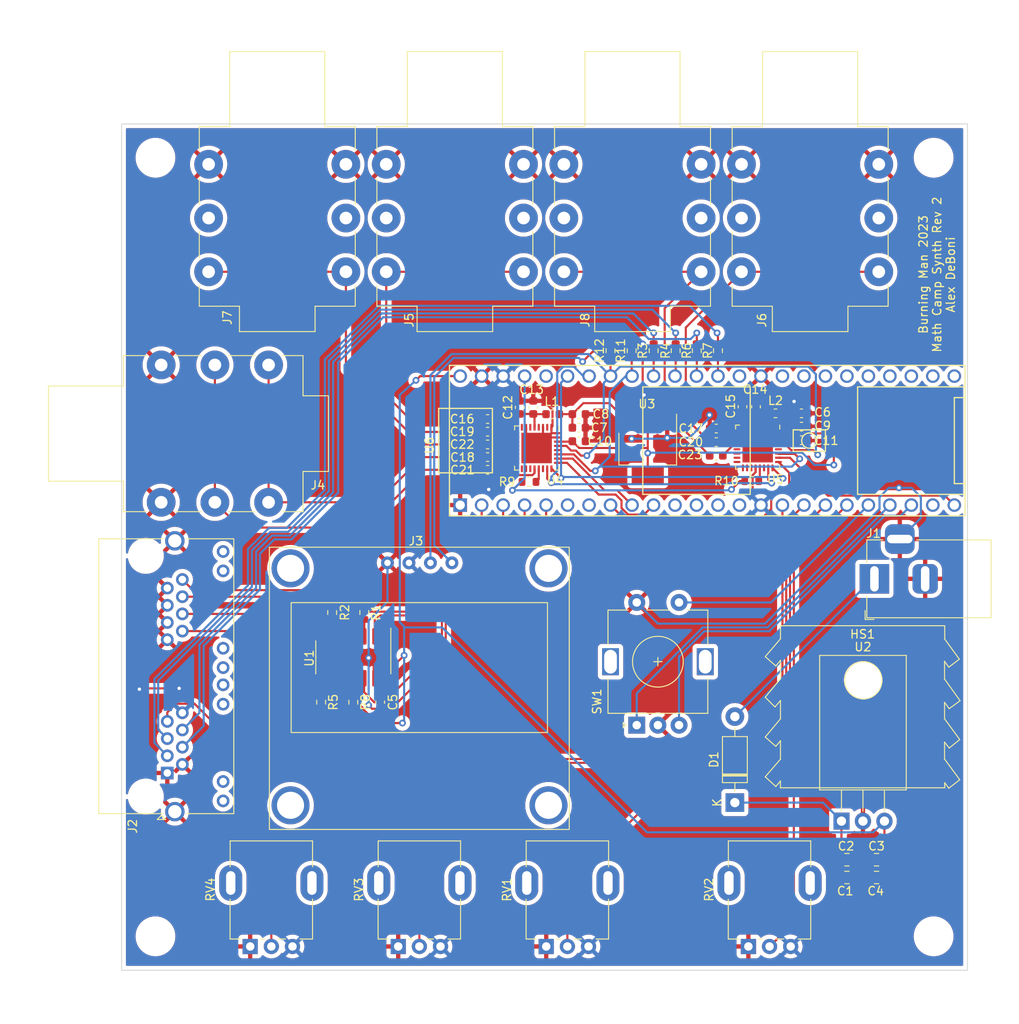
<source format=kicad_pcb>
(kicad_pcb (version 20211014) (generator pcbnew)
  (layers (0 "F.Cu" signal) (31 "B.Cu" signal) (34 "B.Paste" user) (35 "F.Paste" user) (36 "B.SilkS" user "B.Silkscreen") (37 "F.SilkS" user "F.Silkscreen") (38 "B.Mask" user) (39 "F.Mask" user) (44 "Edge.Cuts" user))
  (net 0 "")
  (net 1 "Net-(C18-Pad1)")
  (net 2 "+5V")
  (net 3 "Net-(C12-Pad1)")
  (net 4 "Net-(C14-Pad1)")
  (net 5 "Net-(C19-Pad1)")
  (net 6 "Net-(C19-Pad2)")
  (net 7 "P27")
  (net 8 "Net-(C20-Pad1)")
  (net 9 "P26")
  (net 10 "P25")
  (net 11 "P24")
  (net 12 "P23")
  (net 13 "P18")
  (net 14 "P19")
  (net 15 "P28")
  (net 16 "Net-(C20-Pad2)")
  (net 17 "P29")
  (net 18 "P30")
  (net 19 "Net-(C21-Pad1)")
  (net 20 "Net-(C21-Pad2)")
  (net 21 "P20")
  (net 22 "P21")
  (net 23 "P8")
  (net 24 "P7")
  (net 25 "P17")
  (net 26 "P16")
  (net 27 "P2")
  (net 28 "Net-(C22-Pad1)")
  (net 29 "Net-(C22-Pad2)")
  (net 30 "Net-(C23-Pad1)")
  (net 31 "Net-(C23-Pad2)")
  (net 32 "Net-(J2-Pad3)")
  (net 33 "Net-(J2-Pad4)")
  (net 34 "Net-(J2-Pad5)")
  (net 35 "Net-(J2-Pad6)")
  (net 40 "Net-(J2-Pad14)")
  (net 41 "Net-(J2-Pad16)")
  (net 42 "GND")
  (net 43 "Net-(J2-Pad18)")
  (net 44 "+3V3")
  (net 45 "Net-(J2-Pad20)")
  (net 50 "Net-(R5-Pad1)")
  (net 51 "Net-(R1-Pad1)")
  (net 52 "Net-(R2-Pad1)")
  (net 58 "Net-(R8-Pad1)")
  (net 66 "Net-(R9-Pad2)")
  (net 67 "Net-(C16-Pad2)")
  (net 68 "Net-(C17-Pad2)")
  (net 69 "Net-(R10-Pad2)")
  (net 73 "+1V8")
  (net 78 "+12V")
  (net 89 "P6")
  (net 90 "P32")
  (net 92 "P3")
  (net 97 "P15")
  (net 98 "P14")
  (net 107 "Net-(C18-Pad2)")
  (net 108 "Net-(D1-Pad2)")
  (net 109 "P1")
  (net 110 "P0")
  (footprint "Package_DFN_QFN:QFN-32-1EP_5x5mm_P0.5mm_EP3.6x3.6mm" (layer "F.Cu") (at 145.965 84.1 -90)
    (fp_text reference "U4")
    (fp_text value "SGTL5000XNAA3")
  )
  (footprint "Potentiometer_THT:Potentiometer_Alpha_RD901F-40-00D_Single_Vertical" (layer "F.Cu") (at 112.1 143 90)
    (fp_text reference "RV4")
    (fp_text value "R_Potentiometer_US")
  )
  (footprint "Resistor_SMD:R_0603_1608Metric" (layer "F.Cu") (at 125.59 103.535 90)
    (fp_text reference "R1")
    (fp_text value "100")
  )
  (footprint "Capacitor_SMD:C_0805_2012Metric" (layer "F.Cu") (at 186.15 134.85 180)
    (fp_text reference "C4")
    (fp_text value "22u")
  )
  (footprint "Capacitor_SMD:C_0603_1608Metric" (layer "F.Cu") (at 140.165 82.175 180)
    (fp_text reference "C19")
    (fp_text value "2.2u")
  )
  (footprint "Capacitor_SMD:C_0603_1608Metric" (layer "F.Cu") (at 167.2 83.4 180)
    (fp_text reference "C20")
    (fp_text value "2.2u")
  )
  (footprint "Capacitor_SMD:C_0603_1608Metric" (layer "F.Cu") (at 140.165 86.675)
    (fp_text reference "C21")
    (fp_text value "2.2u")
  )
  (footprint "Resistor_SMD:R_0603_1608Metric" (layer "F.Cu") (at 171.4 88)
    (fp_text reference "R10")
    (fp_text value "100")
  )
  (footprint "Diode_THT:D_DO-41_SOD81_P10.16mm_Horizontal" (layer "F.Cu") (at 169.4 126 90)
    (fp_text reference "D1")
    (fp_text value "1N4007")
  )
  (footprint "Capacitor_SMD:C_0603_1608Metric" (layer "F.Cu") (at 171.9 79.225 90)
    (fp_text reference "C14")
    (fp_text value "2.2u")
  )
  (footprint "Resistor_SMD:R_0603_1608Metric" (layer "F.Cu") (at 121.79 103.535 90)
    (fp_text reference "R2")
    (fp_text value "100")
  )
  (footprint "Connector_Audio:Jack_6.35mm_Neutrik_NMJ6HFD4_Horizontal" (layer "F.Cu") (at 128.185 63.275 90)
    (fp_text reference "J5")
    (fp_text value "AudioJack2_Switch")
  )
  (footprint "Resistor_SMD:R_0603_1608Metric" (layer "F.Cu") (at 162.4 72.6 -90)
    (fp_text reference "R4")
    (fp_text value "100")
  )
  (footprint "Capacitor_SMD:C_0603_1608Metric" (layer "F.Cu") (at 177.275 81.575)
    (fp_text reference "C9")
    (fp_text value "2.2u")
  )
  (footprint "Potentiometer_THT:Potentiometer_Alpha_RD901F-40-00D_Single_Vertical" (layer "F.Cu") (at 147.1 143 90)
    (fp_text reference "RV1")
    (fp_text value "R_Potentiometer_US")
  )
  (footprint "MountingHole:MountingHole_3.7mm" (layer "F.Cu") (at 100.9 49.8)
    (fp_text reference "H2")
    (fp_text value "MountingHole")
  )
  (footprint "Package_SO:SOIC-14_3.9x8.7mm_P1.27mm" (layer "F.Cu") (at 124.29 108.835 -90)
    (fp_text reference "U1")
    (fp_text value "74LS125")
  )
  (footprint "Connector_Audio:Jack_6.35mm_Neutrik_NMJ6HFD4_Horizontal" (layer "F.Cu") (at 149.185 63.275 90)
    (fp_text reference "J8")
    (fp_text value "AudioJack2_Switch")
  )
  (footprint "MountingHole:MountingHole_3.7mm" (layer "F.Cu") (at 192.9 141.8)
    (fp_text reference "H3")
    (fp_text value "MountingHole")
  )
  (footprint "Resistor_SMD:R_0603_1608Metric" (layer "F.Cu") (at 164.9 72.6 -90)
    (fp_text reference "R6")
    (fp_text value "100")
  )
  (footprint "Capacitor_SMD:C_0805_2012Metric" (layer "F.Cu") (at 182.65 132.75)
    (fp_text reference "C2")
    (fp_text value "22u")
  )
  (footprint "Capacitor_SMD:C_0603_1608Metric" (layer "F.Cu") (at 170.3 79.225 90)
    (fp_text reference "C15")
    (fp_text value "0.1u")
  )
  (footprint "MountingHole:MountingHole_3.7mm" (layer "F.Cu") (at 100.9 141.8)
    (fp_text reference "H4")
    (fp_text value "MountingHole")
  )
  (footprint "Capacitor_SMD:C_0603_1608Metric" (layer "F.Cu") (at 167.2 81.8)
    (fp_text reference "C17")
    (fp_text value "0.15u")
  )
  (footprint "Package_TO_SOT_SMD:SOT-223-3_TabPin2" (layer "F.Cu") (at 159.1 84.2 -90)
    (fp_text reference "U3")
    (fp_text value "AMS1117-1.8")
  )
  (footprint "Capacitor_SMD:C_0603_1608Metric" (layer "F.Cu") (at 143.965 79.3 90)
    (fp_text reference "C12")
    (fp_text value "2.2u")
  )
  (footprint "Capacitor_SMD:C_0603_1608Metric" (layer "F.Cu") (at 167.2 85 180)
    (fp_text reference "C23")
    (fp_text value "2.2u")
  )
  (footprint "Potentiometer_THT:Potentiometer_Alpha_RD901F-40-00D_Single_Vertical" (layer "F.Cu") (at 171 143 90)
    (fp_text reference "RV2")
    (fp_text value "R_Potentiometer_US")
  )
  (footprint "Resistor_SMD:R_0603_1608Metric" (layer "F.Cu") (at 124.29 114.135 -90)
    (fp_text reference "R8")
    (fp_text value "100")
  )
  (footprint "Capacitor_SMD:C_0603_1608Metric" (layer "F.Cu") (at 150.965 81.7)
    (fp_text reference "C7")
    (fp_text value "2.2u")
  )
  (footprint "Connector_BarrelJack:BarrelJack_Horizontal" (layer "F.Cu") (at 185.9 99.5575 180)
    (fp_text reference "J1")
    (fp_text value "Barrel_Jack_Switch")
  )
  (footprint "Capacitor_SMD:C_0603_1608Metric" (layer "F.Cu") (at 177.275 83.175)
    (fp_text reference "C11")
    (fp_text value "2.2u")
  )
  (footprint "Capacitor_SMD:C_0603_1608Metric" (layer "F.Cu") (at 140.165 85.175)
    (fp_text reference "C18")
    (fp_text value "2.2u")
  )
  (footprint "Potentiometer_THT:Potentiometer_Alpha_RD901F-40-00D_Single_Vertical" (layer "F.Cu") (at 129.6 143 90)
    (fp_text reference "RV3")
    (fp_text value "R_Potentiometer_US")
  )
  (footprint "Capacitor_SMD:C_0603_1608Metric" (layer "F.Cu") (at 140.165 83.675 180)
    (fp_text reference "C22")
    (fp_text value "2.2u")
  )
  (footprint "MountingHole:MountingHole_3.7mm" (layer "F.Cu") (at 192.9 49.8)
    (fp_text reference "H1")
    (fp_text value "MountingHole")
  )
  (footprint "Capacitor_SMD:C_0603_1608Metric" (layer "F.Cu") (at 150.965 83.3)
    (fp_text reference "C10")
    (fp_text value "2.2u")
  )
  (footprint "Connector_Audio:Jack_6.35mm_Neutrik_NMJ6HFD4_Horizontal" (layer "F.Cu") (at 170.185 63.275 90)
    (fp_text reference "J6")
    (fp_text value "AudioJack2_Switch")
  )
  (footprint "Package_TO_SOT_THT:TO-220-3_Horizontal_TabDown" (layer "F.Cu") (at 182.003 128.1875)
    (fp_text reference "U2")
    (fp_text value "R-78E5.0-1.0")
  )
  (footprint "Heatsink:Heatsink_Aavid-TV5G_TO220_Horizontal" (layer "F.Cu") (at 184.5 111.55)
    (fp_text reference "HS1")
    (fp_text value "Heatsink")
  )
  (footprint "Resistor_SMD:R_0603_1608Metric" (layer "F.Cu") (at 154.7 72.6 90)
    (fp_text reference "R12")
    (fp_text value "10k")
  )
  (footprint "Resistor_SMD:R_0603_1608Metric" (layer "F.Cu") (at 159.8 72.6 -90)
    (fp_text reference "R3")
    (fp_text value "100")
  )
  (footprint "Resistor_SMD:R_0603_1608Metric" (layer "F.Cu") (at 145.065 88.1)
    (fp_text reference "R9")
    (fp_text value "100")
  )
  (footprint "Inductor_SMD:L_0603_1608Metric" (layer "F.Cu") (at 147.865 80.1 180)
    (fp_text reference "L1")
    (fp_text value "600 ohm")
  )
  (footprint "Alex Custom:Teensy41" (layer "F.Cu") (at 166.135 83.225)
    (fp_text reference "U6")
    (fp_text value "Teensy4.1")
  )
  (footprint "Connector_Audio:Jack_6.35mm_Neutrik_NMJ6HFD4_Horizontal" (layer "F.Cu") (at 114.275 90.515 180)
    (fp_text reference "J4")
    (fp_text value "AudioJack3_Switch")
  )
  (footprint "Connector_RJ:RJ45_Amphenol_RJHSE538X-02" (layer "F.Cu") (at 102.3 122.5 90)
    (fp_text reference "J2")
    (fp_text value "RJ45_LED_Shielded_x2")
  )
  (footprint "Capacitor_SMD:C_0603_1608Metric" (layer "F.Cu") (at 150.965 80.1)
    (fp_text reference "C8")
    (fp_text value "0.1u")
  )
  (footprint "Alex Custom:SSD1106" (layer "F.Cu") (at 114.37 95.82)
    (fp_text reference "J3")
    (fp_text value "Conn_01x04")
  )
  (footprint "Capacitor_SMD:C_0603_1608Metric" (layer "F.Cu") (at 145.565 79.3 90)
    (fp_text reference "C13")
    (fp_text value "0.1u")
  )
  (footprint "Capacitor_SMD:C_0805_2012Metric" (layer "F.Cu") (at 186.15 132.75 180)
    (fp_text reference "C3")
    (fp_text value "22u")
  )
  (footprint "Rotary_Encoder:RotaryEncoder_Alps_EC11E-Switch_Vertical_H20mm" (layer "F.Cu") (at 157.8 116.85 90)
    (fp_text reference "SW1")
    (fp_text value "RotaryEncoder_Switch")
  )
  (footprint "Capacitor_SMD:C_0603_1608Metric" (layer "F.Cu") (at 140.165 80.675)
    (fp_text reference "C16")
    (fp_text value "0.15u")
  )
  (footprint "Capacitor_SMD:C_0805_2012Metric" (layer "F.Cu") (at 182.65 134.85)
    (fp_text reference "C1")
    (fp_text value "22u")
  )
  (footprint "Resistor_SMD:R_0603_1608Metric" (layer "F.Cu") (at 120.49 114.135 -90)
    (fp_text reference "R5")
    (fp_text value "100")
  )
  (footprint "Capacitor_SMD:C_0603_1608Metric" (layer "F.Cu") (at 127.465 114.135 -90)
    (fp_text reference "C5")
    (fp_text value "1u")
  )
  (footprint "Package_DFN_QFN:QFN-32-1EP_5x5mm_P0.5mm_EP3.6x3.6mm" (layer "F.Cu") (at 172.1 84 -90)
    (fp_text reference "U5")
    (fp_text value "SGTL5000XNAA3")
  )
  (footprint "Resistor_SMD:R_0603_1608Metric" (layer "F.Cu") (at 167.4 72.6 -90)
    (fp_text reference "R7")
    (fp_text value "100")
  )
  (footprint "Inductor_SMD:L_0603_1608Metric" (layer "F.Cu") (at 174.2 80 180)
    (fp_text reference "L2")
    (fp_text value "600 ohm")
  )
  (footprint "Connector_Audio:Jack_6.35mm_Neutrik_NMJ6HFD4_Horizontal" (layer "F.Cu") (at 107.185 63.275 90)
    (fp_text reference "J7")
    (fp_text value "AudioJack2_Switch")
  )
  (footprint "Resistor_SMD:R_0603_1608Metric" (layer "F.Cu") (at 157.2 72.6 90)
    (fp_text reference "R11")
    (fp_text value "10k")
  )
  (footprint "Capacitor_SMD:C_0603_1608Metric" (layer "F.Cu") (at 177.275 80)
    (fp_text reference "C6")
    (fp_text value "0.1u")
  )
  (gr_rect (start 96.9 45.8) (end 196.9 145.8) (layer "Edge.Cuts") (width 0.1) (fill none))
  (gr_text "Burning Man 2023\nMath Camp Synth Rev 2\nAlex DeBoni" (at 193.3 63.6 90) (layer "F.SilkS") (effects (font (size 1 1))))
  (segment (start 132.425 85.175) (end 139.39 85.175) (width 0.25) (layer "F.Cu") (net 1))
  (segment (start 127.085 90.515) (end 132.425 85.175) (width 0.25) (layer "F.Cu") (net 1))
  (segment (start 114.275 90.515) (end 127.085 90.515) (width 0.25) (layer "F.Cu") (net 1))
  (segment (start 114.275 74.285) (end 114.275 90.515) (width 0.25) (layer "F.Cu") (net 1))
  (segment (start 131.7 76.1) (end 132.195 75.605) (width 0.25) (layer "F.Cu") (net 2))
  (segment (start 187.1 132.75) (end 187.1 134.85) (width 0.25) (layer "F.Cu") (net 2))
  (segment (start 102.3 116.404) (end 102.3 115.34334) (width 0.25) (layer "F.Cu") (net 2))
  (segment (start 127.465 113.36) (end 128.1 112.725) (width 0.25) (layer "F.Cu") (net 2))
  (segment (start 187.083 132.733) (end 187.1 132.75) (width 0.25) (layer "F.Cu") (net 2))
  (segment (start 128.1 111.31) (end 128.1 110.8) (width 0.25) (layer "F.Cu") (net 2))
  (segment (start 105.513489 114.313489) (end 107.8 116.6) (width 0.25) (layer "F.Cu") (net 2))
  (segment (start 128.1 110.8) (end 130.3 108.6) (width 0.25) (layer "F.Cu") (net 2))
  (segment (start 132.195 75.605) (end 136.925 75.605) (width 0.25) (layer "F.Cu") (net 2))
  (segment (start 187.083 128.1875) (end 187.083 132.733) (width 0.25) (layer "F.Cu") (net 2))
  (segment (start 103.329851 114.313489) (end 105.513489 114.313489) (width 0.25) (layer "F.Cu") (net 2))
  (segment (start 128.1 112.725) (end 128.1 111.31) (width 0.25) (layer "F.Cu") (net 2))
  (segment (start 102.3 115.34334) (end 103.329851 114.313489) (width 0.25) (layer "F.Cu") (net 2))
  (segment (start 107.8 116.6) (end 130.1 116.6) (width 0.25) (layer "F.Cu") (net 2))
  (via (at 130.1 116.6) (size 0.8) (drill 0.4) (layers "F.Cu" "B.Cu") (net 2))
  (via (at 130.3 108.6) (size 0.8) (drill 0.4) (layers "F.Cu" "B.Cu") (net 2))
  (via (at 131.7 76.1) (size 0.8) (drill 0.4) (layers "F.Cu" "B.Cu") (net 2))
  (segment (start 130.1 116.6) (end 130.3 116.4) (width 0.25) (layer "B.Cu") (net 2))
  (segment (start 159.012011 129.512011) (end 134.8 105.3) (width 0.25) (layer "B.Cu") (net 2))
  (segment (start 130.3 108.6) (end 130.3 105.4) (width 0.25) (layer "B.Cu") (net 2))
  (segment (start 129.783489 77.816511) (end 131.7 76.1) (width 0.25) (layer "B.Cu") (net 2))
  (segment (start 129.783489 104.683489) (end 129.783489 77.816511) (width 0.25) (layer "B.Cu") (net 2))
  (segment (start 134.8 105.3) (end 130.4 105.3) (width 0.25) (layer "B.Cu") (net 2))
  (segment (start 187.083 128.1875) (end 185.758489 129.512011) (width 0.25) (layer "B.Cu") (net 2))
  (segment (start 185.758489 129.512011) (end 159.012011 129.512011) (width 0.25) (layer "B.Cu") (net 2))
  (segment (start 130.3 105.4) (end 130.4 105.3) (width 0.25) (layer "B.Cu") (net 2))
  (segment (start 130.3 116.4) (end 130.3 108.6) (width 0.25) (layer "B.Cu") (net 2))
  (segment (start 130.4 105.3) (end 129.783489 104.683489) (width 0.25) (layer "B.Cu") (net 2))
  (segment (start 145.565 80.075) (end 143.965 80.075) (width 0.25) (layer "F.Cu") (net 3))
  (segment (start 145.565 80.075) (end 145.715 80.225) (width 0.25) (layer "F.Cu") (net 3))
  (segment (start 145.715 81.65) (end 145.715 80.225) (width 0.25) (layer "F.Cu") (net 3))
  (segment (start 147.0775 80.1) (end 145.59 80.1) (width 0.25) (layer "F.Cu") (net 3))
  (segment (start 170.3 80) (end 171.9 80) (width 0.25) (layer "F.Cu") (net 4))
  (segment (start 171.85 80.05) (end 171.9 80) (width 0.25) (layer "F.Cu") (net 4))
  (segment (start 171.85 81.55) (end 171.85 80.05) (width 0.25) (layer "F.Cu") (net 4))
  (segment (start 173.4125 80) (end 171.9 80) (width 0.25) (layer "F.Cu") (net 4))
  (segment (start 142.115 83.35) (end 140.94 82.175) (width 0.25) (layer "F.Cu") (net 5))
  (segment (start 143.515 83.35) (end 142.115 83.35) (width 0.25) (layer "F.Cu") (net 5))
  (segment (start 128.085 77.785) (end 128.185 77.685) (width 0.25) (layer "F.Cu") (net 6))
  (segment (start 128.085 77.785) (end 132.5 82.2) (width 0.25) (layer "F.Cu") (net 6))
  (segment (start 139.365 82.2) (end 139.39 82.175) (width 0.25) (layer "F.Cu") (net 6))
  (segment (start 128.185 63.275) (end 144.415 63.275) (width 0.25) (layer "F.Cu") (net 6))
  (segment (start 128.185 77.685) (end 128.185 63.275) (width 0.25) (layer "F.Cu") (net 6))
  (segment (start 132.5 82.2) (end 139.365 82.2) (width 0.25) (layer "F.Cu") (net 6))
  (segment (start 176.37356 97.11644) (end 182.645 90.845) (width 0.25) (layer "F.Cu") (net 7))
  (segment (start 173.5 143.025) (end 176.37356 140.15144) (width 0.25) (layer "F.Cu") (net 7))
  (segment (start 176.37356 140.15144) (end 176.37356 97.11644) (width 0.25) (layer "F.Cu") (net 7))
  (segment (start 168.125 83.25) (end 167.975 83.4) (width 0.25) (layer "F.Cu") (net 8))
  (segment (start 169.65 83.25) (end 168.125 83.25) (width 0.25) (layer "F.Cu") (net 8))
  (segment (start 149.6 135.7) (end 163.55048 121.74952) (width 0.25) (layer "F.Cu") (net 9))
  (segment (start 149.6 143.025) (end 149.6 135.7) (width 0.25) (layer "F.Cu") (net 9))
  (segment (start 163.55048 121.74952) (end 172.686197 121.74952) (width 0.25) (layer "F.Cu") (net 9))
  (segment (start 175.92404 95.02596) (end 180.105 90.845) (width 0.25) (layer "F.Cu") (net 9))
  (segment (start 172.686197 121.74952) (end 175.92404 118.511677) (width 0.25) (layer "F.Cu") (net 9))
  (segment (start 175.92404 118.511677) (end 175.92404 95.02596) (width 0.25) (layer "F.Cu") (net 9))
  (segment (start 172.5 121.3) (end 175.47452 118.32548) (width 0.25) (layer "F.Cu") (net 10))
  (segment (start 144.9 121.3) (end 172.5 121.3) (width 0.25) (layer "F.Cu") (net 10))
  (segment (start 175.47452 92.93548) (end 177.565 90.845) (width 0.25) (layer "F.Cu") (net 10))
  (segment (start 175.47452 118.32548) (end 175.47452 92.93548) (width 0.25) (layer "F.Cu") (net 10))
  (segment (start 132.1 134.1) (end 144.9 121.3) (width 0.25) (layer "F.Cu") (net 10))
  (segment (start 132.1 143.025) (end 132.1 134.1) (width 0.25) (layer "F.Cu") (net 10))
  (segment (start 114.6 135.1) (end 128.84952 120.85048) (width 0.25) (layer "F.Cu") (net 11))
  (segment (start 172.313802 120.85048) (end 175.025 118.139282) (width 0.25) (layer "F.Cu") (net 11))
  (segment (start 175.025 118.139282) (end 175.025 90.845) (width 0.25) (layer "F.Cu") (net 11))
  (segment (start 114.6 142.925) (end 114.6 135.1) (width 0.25) (layer "F.Cu") (net 11))
  (segment (start 128.84952 120.85048) (end 172.313802 120.85048) (width 0.25) (layer "F.Cu") (net 11))
  (segment (start 144.1 88.1) (end 144.24 88.1) (width 0.25) (layer "F.Cu") (net 12))
  (segment (start 170 88) (end 170.575 88) (width 0.25) (layer "F.Cu") (net 12))
  (segment (start 169 89) (end 170 88) (width 0.25) (layer "F.Cu") (net 12))
  (segment (start 143.1 89.1) (end 144.1 88.1) (width 0.25) (layer "F.Cu") (net 12))
  (via (at 143.1 89.1) (size 0.8) (drill 0.4) (layers "F.Cu" "B.Cu") (net 12))
  (via (at 169 89) (size 0.8) (drill 0.4) (layers "F.Cu" "B.Cu") (net 12))
  (segment (start 143.1 89.1) (end 144.545 87.655) (width 0.25) (layer "B.Cu") (net 12))
  (segment (start 144.545 87.655) (end 144.545 75.605) (width 0.25) (layer "B.Cu") (net 12))
  (segment (start 168.9 89.1) (end 169 89) (width 0.25) (layer "B.Cu") (net 12))
  (segment (start 143.1 89.1) (end 168.9 89.1) (width 0.25) (layer "B.Cu") (net 12))
  (segment (start 157.2 73.425) (end 157.2 75.56) (width 0.25) (layer "F.Cu") (net 13))
  (segment (start 152.59952 72.70048) (end 156.47548 72.70048) (width 0.25) (layer "F.Cu") (net 13))
  (segment (start 156.47548 72.70048) (end 157.2 73.425) (width 0.25) (layer "F.Cu") (net 13))
  (segment (start 152.9 86.800989) (end 152.312093 86.800989) (width 0.25) (layer "F.Cu") (net 13))
  (segment (start 177.062299 85.3755) (end 176.486799 84.8) (width 0.25) (layer "F.Cu") (net 13))
  (segment (start 157.2 75.56) (end 157.245 75.605) (width 0.25) (layer "F.Cu") (net 13))
  (segment (start 151.4 73.9) (end 152.59952 72.70048) (width 0.25) (layer "F.Cu") (net 13))
  (segment (start 150.361104 84.85) (end 148.415 84.85) (width 0.25) (layer "F.Cu") (net 13))
  (segment (start 176.486799 84.8) (end 174.6 84.8) (width 0.25) (layer "F.Cu") (net 13))
  (segment (start 152.312093 86.800989) (end 150.361104 84.85) (width 0.25) (layer "F.Cu") (net 13))
  (segment (start 174.6 84.8) (end 174.55 84.75) (width 0.25) (layer "F.Cu") (net 13))
  (via (at 177.062299 85.3755) (size 0.8) (drill 0.4) (layers "F.Cu" "B.Cu") (net 13))
  (via (at 151.4 73.9) (size 0.8) (drill 0.4) (layers "F.Cu" "B.Cu") (net 13))
  (via (at 152.9 86.800989) (size 0.8) (drill 0.4) (layers "F.Cu" "B.Cu") (net 13))
  (segment (start 151.4 73.9) (end 150.94952 73.44952) (width 0.25) (layer "B.Cu") (net 13))
  (segment (start 177.062299 85.3755) (end 176.137799 86.3) (width 0.25) (layer "B.Cu") (net 13))
  (segment (start 136.15048 73.44952) (end 133.85952 75.74048) (width 0.25) (layer "B.Cu") (net 13))
  (segment (start 150.94952 73.44952) (end 136.15048 73.44952) (width 0.25) (layer "B.Cu") (net 13))
  (segment (start 154.6 77.5) (end 156.495 75.605) (width 0.25) (layer "B.Cu") (net 13))
  (segment (start 152.9 86.800989) (end 154.6 85.100989) (width 0.25) (layer "B.Cu") (net 13))
  (segment (start 133.85952 95.57952) (end 135.95 97.67) (width 0.25) (layer "B.Cu") (net 13))
  (segment (start 154.6 85.100989) (end 154.6 77.5) (width 0.25) (layer "B.Cu") (net 13))
  (segment (start 133.85952 75.74048) (end 133.85952 95.57952) (width 0.25) (layer "B.Cu") (net 13))
  (segment (start 156.495 75.605) (end 157.245 75.605) (width 0.25) (layer "B.Cu") (net 13))
  (segment (start 176.137799 86.3) (end 153.400989 86.3) (width 0.25) (layer "B.Cu") (net 13))
  (segment (start 148.415 83.85) (end 149.487862 83.85) (width 0.25) (layer "F.Cu") (net 14))
  (segment (start 174.60048 83.69952) (end 175.39952 83.69952) (width 0.25) (layer "F.Cu") (net 14))
  (segment (start 178.65048 84.35048) (end 179.2 84.9) (width 0.25) (layer "F.Cu") (net 14))
  (segment (start 154.7 75.6) (end 154.705 75.605) (width 0.25) (layer "F.Cu") (net 14))
  (segment (start 174.55 83.75) (end 174.60048 83.69952) (width 0.25) (layer "F.Cu") (net 14))
  (segment (start 151.2 85) (end 151.9 85) (width 0.25) (layer "F.Cu") (net 14))
  (segment (start 150.038342 84.40048) (end 150.60048 84.40048) (width 0.25) (layer "F.Cu") (net 14))
  (segment (start 176.05048 84.35048) (end 178.65048 84.35048) (width 0.25) (layer "F.Cu") (net 14))
  (segment (start 150.60048 84.40048) (end 151.2 85) (width 0.25) (layer "F.Cu") (net 14))
  (segment (start 175.39952 83.69952) (end 176.05048 84.35048) (width 0.25) (layer "F.Cu") (net 14))
  (segment (start 154.7 73.425) (end 154.7 75.6) (width 0.25) (layer "F.Cu") (net 14))
  (segment (start 149.487862 83.85) (end 150.038342 84.40048) (width 0.25) (layer "F.Cu") (net 14))
  (via (at 151.9 85) (size 0.8) (drill 0.4) (layers "F.Cu" "B.Cu") (net 14))
  (via (at 179.2 84.9) (size 0.8) (drill 0.4) (layers "F.Cu" "B.Cu") (net 14))
  (segment (start 133.41 97.67) (end 133.41 75.49) (width 0.25) (layer "B.Cu") (net 14))
  (segment (start 151.9 85) (end 153.9 83) (width 0.25) (layer "B.Cu") (net 14))
  (segment (start 153.9 76.41) (end 154.705 75.605) (width 0.25) (layer "B.Cu") (net 14))
  (segment (start 135.9 73) (end 152.1 73) (width 0.25) (layer "B.Cu") (net 14))
  (segment (start 155.829511 74.480489) (end 154.705 75.605) (width 0.25) (layer "B.Cu") (net 14))
  (segment (start 153.9 83) (end 153.9 76.41) (width 0.25) (layer "B.Cu") (net 14))
  (segment (start 178.080489 74.480489) (end 155.829511 74.480489) (width 0.25) (layer "B.Cu") (net 14))
  (segment (start 178.980489 75.380489) (end 178.080489 74.480489) (width 0.25) (layer "B.Cu") (net 14))
  (segment (start 179.2 84.9) (end 178.980489 84.680489) (width 0.25) (layer "B.Cu") (net 14))
  (segment (start 178.980489 84.680489) (end 178.980489 75.380489) (width 0.25) (layer "B.Cu") (net 14))
  (segment (start 152.1 73) (end 154.705 75.605) (width 0.25) (layer "B.Cu") (net 14))
  (segment (start 133.41 75.49) (end 135.9 73) (width 0.25) (layer "B.Cu") (net 14))
  (segment (start 173.68 102.35) (end 185.185 90.845) (width 0.25) (layer "B.Cu") (net 15))
  (segment (start 162.8 102.35) (end 173.68 102.35) (width 0.25) (layer "B.Cu") (net 15))
  (segment (start 163.6 69.86) (end 170.185 63.275) (width 0.25) (layer "F.Cu") (net 16))
  (segment (start 170.185 63.275) (end 186.415 63.275) (width 0.25) (layer "F.Cu") (net 16))
  (segment (start 166.425 83.4) (end 163.6 80.575) (width 0.25) (layer "F.Cu") (net 16))
  (segment (start 163.6 80.575) (end 163.6 69.86) (width 0.25) (layer "F.Cu") (net 16))
  (segment (start 165.6 105.3) (end 157.8 113.1) (width 0.25) (layer "B.Cu") (net 17))
  (segment (start 187.725 90.845) (end 173.27 105.3) (width 0.25) (layer "B.Cu") (net 17))
  (segment (start 173.27 105.3) (end 165.6 105.3) (width 0.25) (layer "B.Cu") (net 17))
  (segment (start 157.8 113.1) (end 157.8 116.85) (width 0.25) (layer "B.Cu") (net 17))
  (segment (start 165.786198 105.74952) (end 173.456198 105.74952) (width 0.25) (layer "B.Cu") (net 18))
  (segment (start 173.456198 105.74952) (end 187.105718 92.1) (width 0.25) (layer "B.Cu") (net 18))
  (segment (start 187.105718 92.1) (end 189.01 92.1) (width 0.25) (layer "B.Cu") (net 18))
  (segment (start 162.8 108.735718) (end 165.786198 105.74952) (width 0.25) (layer "B.Cu") (net 18))
  (segment (start 162.8 116.85) (end 162.8 108.735718) (width 0.25) (layer "B.Cu") (net 18))
  (segment (start 189.01 92.1) (end 190.265 90.845) (width 0.25) (layer "B.Cu") (net 18))
  (segment (start 107.925 74.285) (end 107.925 90.515) (width 0.25) (layer "F.Cu") (net 19))
  (segment (start 110.91 93.5) (end 125.8 93.5) (width 0.25) (layer "F.Cu") (net 19))
  (segment (start 132.625 86.675) (end 139.39 86.675) (width 0.25) (layer "F.Cu") (net 19))
  (segment (start 107.925 90.515) (end 110.91 93.5) (width 0.25) (layer "F.Cu") (net 19))
  (segment (start 125.8 93.5) (end 132.625 86.675) (width 0.25) (layer "F.Cu") (net 19))
  (segment (start 142.765 84.85) (end 140.94 86.675) (width 0.25) (layer "F.Cu") (net 20))
  (segment (start 143.515 84.85) (end 142.765 84.85) (width 0.25) (layer "F.Cu") (net 20))
  (segment (start 147.215 86.55) (end 147.215 87.715) (width 0.25) (layer "F.Cu") (net 21))
  (segment (start 173.35 86.45) (end 173.35 87.85) (width 0.25) (layer "F.Cu") (net 21))
  (segment (start 147.215 87.715) (end 147.7 88.2) (width 0.25) (layer "F.Cu") (net 21))
  (segment (start 173.35 87.85) (end 173.75 88.25) (width 0.25) (layer "F.Cu") (net 21))
  (via (at 173.75 88.25) (size 0.8) (drill 0.4) (layers "F.Cu" "B.Cu") (net 21))
  (via (at 147.7 88.2) (size 0.8) (drill 0.4) (layers "F.Cu" "B.Cu") (net 21))
  (segment (start 148.40048 86.79952) (end 148.40048 75.19952) (width 0.25) (layer "B.Cu") (net 21))
  (segment (start 168.600875 88.374511) (end 168.725386 88.25) (width 0.25) (layer "B.Cu") (net 21))
  (segment (start 151.480386 75.605) (end 152.165 75.605) (width 0.25) (layer "B.Cu") (net 21))
  (segment (start 147.874511 88.374511) (end 168.600875 88.374511) (width 0.25) (layer "B.Cu") (net 21))
  (segment (start 147.7 87.5) (end 148.40048 86.79952) (width 0.25) (layer "B.Cu") (net 21))
  (segment (start 147.7 88.2) (end 147.7 87.5) (width 0.25) (layer "B.Cu") (net 21))
  (segment (start 148.40048 75.19952) (end 149.119511 74.480489) (width 0.25) (layer "B.Cu") (net 21))
  (segment (start 150.355875 74.480489) (end 151.480386 75.605) (width 0.25) (layer "B.Cu") (net 21))
  (segment (start 147.7 88.2) (end 147.874511 88.374511) (width 0.25) (layer "B.Cu") (net 21))
  (segment (start 149.119511 74.480489) (end 150.355875 74.480489) (width 0.25) (layer "B.Cu") (net 21))
  (segment (start 168.725386 88.25) (end 173.75 88.25) (width 0.25) (layer "B.Cu") (net 21))
  (segment (start 147.75 86.55) (end 148.85 87.65) (width 0.25) (layer "F.Cu") (net 22))
  (segment (start 173.85 86.45) (end 175.1 87.7) (width 0.25) (layer "F.Cu") (net 22))
  (segment (start 147.715 86.55) (end 147.75 86.55) (width 0.25) (layer "F.Cu") (net 22))
  (via (at 175.1 87.7) (size 0.8) (drill 0.4) (layers "F.Cu" "B.Cu") (net 22))
  (via (at 148.85 87.65) (size 0.8) (drill 0.4) (layers "F.Cu" "B.Cu") (net 22))
  (segment (start 174.925489 87.525489) (end 148.974511 87.525489) (width 0.25) (layer "B.Cu") (net 22))
  (segment (start 148.85 76.38) (end 149.625 75.605) (width 0.25) (layer "B.Cu") (net 22))
  (segment (start 175.1 87.7) (end 174.925489 87.525489) (width 0.25) (layer "B.Cu") (net 22))
  (segment (start 148.974511 87.525489) (end 148.85 87.65) (width 0.25) (layer "B.Cu") (net 22))
  (segment (start 148.85 87.65) (end 148.85 76.38) (width 0.25) (layer "B.Cu") (net 22))
  (segment (start 156.779211 91.969511) (end 158.660489 91.969511) (width 0.25) (layer "F.Cu") (net 23))
  (segment (start 156 91.1903) (end 156.779211 91.969511) (width 0.25) (layer "F.Cu") (net 23))
  (segment (start 155.3 89.6) (end 156 90.3) (width 0.25) (layer "F.Cu") (net 23))
  (segment (start 153.3 89.6) (end 155.3 89.6) (width 0.25) (layer "F.Cu") (net 23))
  (segment (start 156 90.3) (end 156 91.1903) (width 0.25) (layer "F.Cu") (net 23))
  (segment (start 158.660489 91.969511) (end 159.785 90.845) (width 0.25) (layer "F.Cu") (net 23))
  (segment (start 148.415 85.85) (end 149.55 85.85) (width 0.25) (layer "F.Cu") (net 23))
  (segment (start 149.55 85.85) (end 153.3 89.6) (width 0.25) (layer "F.Cu") (net 23))
  (segment (start 148.415 85.35) (end 150.225386 85.35) (width 0.25) (layer "F.Cu") (net 24))
  (segment (start 153.975386 89.1) (end 155.5 89.1) (width 0.25) (layer "F.Cu") (net 24))
  (segment (start 150.225386 85.35) (end 153.975386 89.1) (width 0.25) (layer "F.Cu") (net 24))
  (segment (start 155.5 89.1) (end 157.245 90.845) (width 0.25) (layer "F.Cu") (net 24))
  (segment (start 159.8 73.425) (end 159.8 75.59) (width 0.25) (layer "F.Cu") (net 25))
  (segment (start 159.8 75.59) (end 159.785 75.605) (width 0.25) (layer "F.Cu") (net 25))
  (segment (start 162.4 75.53) (end 162.325 75.605) (width 0.25) (layer "F.Cu") (net 26))
  (segment (start 162.4 73.425) (end 162.4 75.53) (width 0.25) (layer "F.Cu") (net 26))
  (segment (start 126.759134 114.13452) (end 127.942618 114.13452) (width 0.25) (layer "F.Cu") (net 27))
  (segment (start 125.56 111.31) (end 125.56 112.935386) (width 0.25) (layer "F.Cu") (net 27))
  (segment (start 125.56 112.935386) (end 126.759134 114.13452) (width 0.25) (layer "F.Cu") (net 27))
  (segment (start 144.545 94.290717) (end 144.545 90.845) (width 0.25) (layer "F.Cu") (net 27))
  (segment (start 134.76548 104.070237) (end 144.545 94.290717) (width 0.25) (layer "F.Cu") (net 27))
  (segment (start 134.76548 107.311658) (end 134.76548 104.070237) (width 0.25) (layer "F.Cu") (net 27))
  (segment (start 127.942618 114.13452) (end 134.76548 107.311658) (width 0.25) (layer "F.Cu") (net 27))
  (segment (start 141.115 83.85) (end 140.94 83.675) (width 0.25) (layer "F.Cu") (net 28))
  (segment (start 143.515 83.85) (end 141.115 83.85) (width 0.25) (layer "F.Cu") (net 28))
  (segment (start 132.275 83.675) (end 139.39 83.675) (width 0.25) (layer "F.Cu") (net 29))
  (segment (start 107.185 63.275) (end 123.415 63.275) (width 0.25) (layer "F.Cu") (net 29))
  (segment (start 123.415 63.275) (end 123.415 74.815) (width 0.25) (layer "F.Cu") (net 29))
  (segment (start 123.415 74.815) (end 132.275 83.675) (width 0.25) (layer "F.Cu") (net 29))
  (segment (start 167.975 84.977672) (end 167.975 85) (width 0.25) (layer "F.Cu") (net 30))
  (segment (start 169.202672 83.75) (end 167.975 84.977672) (width 0.25) (layer "F.Cu") (net 30))
  (segment (start 169.65 83.75) (end 169.202672 83.75) (width 0.25) (layer "F.Cu") (net 30))
  (segment (start 161.1 76.6) (end 161.1 67.59) (width 0.25) (layer "F.Cu") (net 31))
  (segment (start 166.425 85) (end 163.1 81.675) (width 0.25) (layer "F.Cu") (net 31))
  (segment (start 161.1 67.59) (end 165.415 63.275) (width 0.25) (layer "F.Cu") (net 31))
  (segment (start 149.185 63.275) (end 165.415 63.275) (width 0.25) (layer "F.Cu") (net 31))
  (segment (start 163.1 81.675) (end 163.1 78.6) (width 0.25) (layer "F.Cu") (net 31))
  (segment (start 163.1 78.6) (end 161.1 76.6) (width 0.25) (layer "F.Cu") (net 31))
  (segment (start 167.4 71.775) (end 167.4 70.6) (width 0.25) (layer "F.Cu") (net 32))
  (segment (start 167.4 70.6) (end 167.3 70.5) (width 0.25) (layer "F.Cu") (net 32))
  (via (at 167.3 70.5) (size 0.8) (drill 0.4) (layers "F.Cu" "B.Cu") (net 32))
  (segment (start 100.775969 111.388314) (end 111.832141 100.332141) (width 0.25) (layer "B.Cu") (net 32))
  (segment (start 116.413802 93.55048) (end 120.932141 89.032141) (width 0.25) (layer "B.Cu") (net 32))
  (segment (start 120.932141 89.032141) (end 120.932141 73.632141) (width 0.25) (layer "B.Cu") (net 32))
  (segment (start 102.3 120.468) (end 100.775969 118.943969) (width 0.25) (layer "B.Cu") (net 32))
  (segment (start 164.05 67.3) (end 167.25 70.5) (width 0.25) (layer "B.Cu") (net 32))
  (segment (start 120.932141 73.632141) (end 127.264282 67.3) (width 0.25) (layer "B.Cu") (net 32))
  (segment (start 127.264282 67.3) (end 164.05 67.3) (width 0.25) (layer "B.Cu") (net 32))
  (segment (start 111.832141 100.332141) (end 111.832141 96.032142) (width 0.25) (layer "B.Cu") (net 32))
  (segment (start 100.775969 118.943969) (end 100.775969 111.388314) (width 0.25) (layer "B.Cu") (net 32))
  (segment (start 114.313803 93.55048) (end 116.413802 93.55048) (width 0.25) (layer "B.Cu") (net 32))
  (segment (start 111.832141 96.032142) (end 114.313803 93.55048) (width 0.25) (layer "B.Cu") (net 32))
  (segment (start 167.25 70.5) (end 167.3 70.5) (width 0.25) (layer "B.Cu") (net 32))
  (segment (start 164.9 71.775) (end 164.9 70.5) (width 0.25) (layer "F.Cu") (net 33))
  (via (at 164.9 70.5) (size 0.8) (drill 0.4) (layers "F.Cu" "B.Cu") (net 33))
  (segment (start 114.95048 94.89904) (end 116.972396 94.89904) (width 0.25) (layer "B.Cu") (net 33))
  (segment (start 113.24952 100.821915) (end 113.24952 96.6) (width 0.25) (layer "B.Cu") (net 33))
  (segment (start 104.08 119.452) (end 106.6 116.932) (width 0.25) (layer "B.Cu") (net 33))
  (segment (start 127.822876 68.64856) (end 156.64856 68.64856) (width 0.25) (layer "B.Cu") (net 33))
  (segment (start 156.64856 68.64856) (end 159.224511 71.224511) (width 0.25) (layer "B.Cu") (net 33))
  (segment (start 164.175489 71.224511) (end 164.9 70.5) (width 0.25) (layer "B.Cu") (net 33))
  (segment (start 106.6 107.471436) (end 113.24952 100.821915) (width 0.25) (layer "B.Cu") (net 33))
  (segment (start 116.972396 94.89904) (end 122.5 89.371436) (width 0.25) (layer "B.Cu") (net 33))
  (segment (start 159.224511 71.224511) (end 164.175489 71.224511) (width 0.25) (layer "B.Cu") (net 33))
  (segment (start 113.24952 96.6) (end 114.95048 94.89904) (width 0.25) (layer "B.Cu") (net 33))
  (segment (start 122.5 89.371436) (end 122.5 73.971436) (width 0.25) (layer "B.Cu") (net 33))
  (segment (start 122.5 73.971436) (end 127.822876 68.64856) (width 0.25) (layer "B.Cu") (net 33))
  (segment (start 106.6 116.932) (end 106.6 107.471436) (width 0.25) (layer "B.Cu") (net 33))
  (segment (start 162.4 71.775) (end 162.4 70.5) (width 0.25) (layer "F.Cu") (net 34))
  (via (at 162.4 70.5) (size 0.8) (drill 0.4) (layers "F.Cu" "B.Cu") (net 34))
  (segment (start 159.64952 67.74952) (end 162.4 70.5) (width 0.25) (layer "B.Cu") (net 34))
  (segment (start 112.3 96.2) (end 114.5 94) (width 0.25) (layer "B.Cu") (net 34))
  (segment (start 127.45048 67.74952) (end 159.64952 67.74952) (width 0.25) (layer "B.Cu") (net 34))
  (segment (start 102.3 118.436) (end 101.225489 117.361489) (width 0.25) (layer "B.Cu") (net 34))
  (segment (start 121.4 73.8) (end 127.45048 67.74952) (width 0.25) (layer "B.Cu") (net 34))
  (segment (start 101.225489 117.361489) (end 101.225489 111.574511) (width 0.25) (layer "B.Cu") (net 34))
  (segment (start 121.4 89.2) (end 121.4 73.8) (width 0.25) (layer "B.Cu") (net 34))
  (segment (start 116.6 94) (end 121.4 89.2) (width 0.25) (layer "B.Cu") (net 34))
  (segment (start 101.225489 111.574511) (end 112.3 100.5) (width 0.25) (layer "B.Cu") (net 34))
  (segment (start 114.5 94) (end 116.6 94) (width 0.25) (layer "B.Cu") (net 34))
  (segment (start 112.3 100.5) (end 112.3 96.2) (width 0.25) (layer "B.Cu") (net 34))
  (segment (start 159.8 71.775) (end 159.8 70.5) (width 0.25) (layer "F.Cu") (net 35))
  (via (at 159.8 70.5) (size 0.8) (drill 0.4) (layers "F.Cu" "B.Cu") (net 35))
  (segment (start 112.8 100.635718) (end 112.8 96.335718) (width 0.25) (layer "B.Cu") (net 35))
  (segment (start 114.686198 94.44952) (end 116.786198 94.44952) (width 0.25) (layer "B.Cu") (net 35))
  (segment (start 104.08 117.42) (end 106.1 115.4) (width 0.25) (layer "B.Cu") (net 35))
  (segment (start 127.636678 68.19904) (end 157.39904 68.19904) (width 0.25) (layer "B.Cu") (net 35))
  (segment (start 106.1 107.335718) (end 112.8 100.635718) (width 0.25) (layer "B.Cu") (net 35))
  (segment (start 112.8 96.335718) (end 114.686198 94.44952) (width 0.25) (layer "B.Cu") (net 35))
  (segment (start 121.9 73.935718) (end 127.636678 68.19904) (width 0.25) (layer "B.Cu") (net 35))
  (segment (start 106.1 115.4) (end 106.1 107.335718) (width 0.25) (layer "B.Cu") (net 35))
  (segment (start 157.39904 68.19904) (end 159.7 70.5) (width 0.25) (layer "B.Cu") (net 35))
  (segment (start 159.7 70.5) (end 159.8 70.5) (width 0.25) (layer "B.Cu") (net 35))
  (segment (start 116.786198 94.44952) (end 121.9 89.335718) (width 0.25) (layer "B.Cu") (net 35))
  (segment (start 121.9 89.335718) (end 121.9 73.935718) (width 0.25) (layer "B.Cu") (net 35))
  (segment (start 104.08 105.734) (end 114.098282 105.734) (width 0.25) (layer "F.Cu") (net 40))
  (segment (start 123.56548 115.68452) (end 124.29 114.96) (width 0.25) (layer "F.Cu") (net 40))
  (segment (start 115.732141 111.418924) (end 119.997737 115.68452) (width 0.25) (layer "F.Cu") (net 40))
  (segment (start 114.098282 105.734) (end 115.732141 107.367859) (width 0.25) (layer "F.Cu") (net 40))
  (segment (start 119.997737 115.68452) (end 123.56548 115.68452) (width 0.25) (layer "F.Cu") (net 40))
  (segment (start 115.732141 107.367859) (end 115.732141 111.418924) (width 0.25) (layer "F.Cu") (net 40))
  (segment (start 104.08 103.702) (end 112.702 103.702) (width 0.25) (layer "F.Cu") (net 41))
  (segment (start 116.181661 107.181662) (end 116.181661 110.651661) (width 0.25) (layer "F.Cu") (net 41))
  (segment (start 112.702 103.702) (end 116.181661 107.181662) (width 0.25) (layer "F.Cu") (net 41))
  (segment (start 116.181661 110.651661) (end 120.49 114.96) (width 0.25) (layer "F.Cu") (net 41))
  (segment (start 173.85 81.55) (end 173.85 82.25) (width 0.25) (layer "F.Cu") (net 42))
  (segment (start 127.465 114.91) (end 126.51 114.91) (width 0.25) (layer "F.Cu") (net 42))
  (segment (start 147.715 81.65) (end 147.715 82.35) (width 0.25) (layer "F.Cu") (net 42))
  (segment (start 174.17452 79.467761) (end 174.17452 81.22548) (width 0.25) (layer "F.Cu") (net 42))
  (segment (start 174.17452 81.22548) (end 173.85 81.55) (width 0.25) (layer "F.Cu") (net 42))
  (segment (start 148.415 82.85) (end 147.215 82.85) (width 0.25) (layer "F.Cu") (net 42))
  (segment (start 145.565 78.525) (end 146.745799 78.525) (width 0.25) (layer "F.Cu") (net 42))
  (segment (start 147.83952 81.52548) (end 147.715 81.65) (width 0.25) (layer "F.Cu") (net 42))
  (segment (start 144.715 81.65) (end 144.715 82.85) (width 0.25) (layer "F.Cu") (net 42))
  (segment (start 148.415 82.35) (end 147.715 82.35) (width 0.25) (layer "F.Cu") (net 42))
  (segment (start 172.1 84) (end 173.85 82.25) (width 0.25) (layer "F.Cu") (net 42))
  (segment (start 126.51 114.91) (end 126.1 114.5) (width 0.25) (layer "F.Cu") (net 42))
  (segment (start 170.85 81.55) (end 170.85 82.75) (width 0.25) (layer "F.Cu") (net 42))
  (segment (start 173.156759 78.45) (end 174.17452 79.467761) (width 0.25) (layer "F.Cu") (net 42))
  (segment (start 174.55 82.25) (end 173.85 82.25) (width 0.25) (layer "F.Cu") (net 42))
  (segment (start 144.715 82.85) (end 145.965 84.1) (width 0.25) (layer "F.Cu") (net 42))
  (segment (start 170.85 82.75) (end 172.1 84) (width 0.25) (layer "F.Cu") (net 42))
  (segment (start 145.965 84.1) (end 147.715 82.35) (width 0.25) (layer "F.Cu") (net 42))
  (segment (start 171.9 78.45) (end 173.156759 78.45) (width 0.25) (layer "F.Cu") (net 42))
  (segment (start 146.715 81.65) (end 146.715 83.35) (width 0.25) (layer "F.Cu") (net 42))
  (segment (start 146.745799 78.525) (end 147.83952 79.618721) (width 0.25) (layer "F.Cu") (net 42))
  (segment (start 147.83952 79.618721) (end 147.83952 81.52548) (width 0.25) (layer "F.Cu") (net 42))
  (segment (start 172.85 81.55) (end 172.85 83.25) (width 0.25) (layer "F.Cu") (net 42))
  (via (at 161.4 82.9) (size 0.8) (drill 0.4) (layers "F.Cu" "B.Cu") (net 42))
  (via (at 126.1 108.9) (size 0.8) (drill 0.4) (layers "F.Cu" "B.Cu") (net 42))
  (via (at 126.1 114.5) (size 0.8) (drill 0.4) (layers "F.Cu" "B.Cu") (net 42))
  (via (at 166.4 80.2) (size 0.8) (drill 0.4) (layers "F.Cu" "B.Cu") (net 42))
  (via (at 157.2 83) (size 0.8) (drill 0.4) (layers "F.Cu" "B.Cu") (net 42))
  (via (at 188.8 88.8) (size 0.8) (drill 0.4) (layers "F.Cu" "B.Cu") (net 42))
  (segment (start 157.2 83) (end 161.3 83) (width 0.25) (layer "B.Cu") (net 42))
  (segment (start 172.95967 104.85048) (end 160.30048 104.85048) (width 0.25) (layer "B.Cu") (net 42))
  (segment (start 160.30048 104.85048) (end 157.8 102.35) (width 0.25) (layer "B.Cu") (net 42))
  (segment (start 126.1 104.5) (end 128.33 102.27) (width 0.25) (layer "B.Cu") (net 42))
  (segment (start 126.1 108.9) (end 126.1 104.5) (width 0.25) (layer "B.Cu") (net 42))
  (segment (start 188.8 88.8) (end 187.6 88.8) (width 0.25) (layer "B.Cu") (net 42))
  (segment (start 188.8 88.8) (end 190.3 88.8) (width 0.25) (layer "B.Cu") (net 42))
  (segment (start 126.1 108.9) (end 126.1 114.5) (width 0.25) (layer "B.Cu") (net 42))
  (segment (start 166.4 80.2) (end 166.4 80.5) (width 0.25) (layer "B.Cu") (net 42))
  (segment (start 166.4 80.5) (end 164 82.9) (width 0.25) (layer "B.Cu") (net 42))
  (segment (start 128.33 102.27) (end 128.33 97.67) (width 0.25) (layer "B.Cu") (net 42))
  (segment (start 164 82.9) (end 161.4 82.9) (width 0.25) (layer "B.Cu") (net 42))
  (segment (start 191.389511 89.889511) (end 191.389511 92.367989) (width 0.25) (layer "B.Cu") (net 42))
  (segment (start 161.3 83) (end 161.4 82.9) (width 0.25) (layer "B.Cu") (net 42))
  (segment (start 187.6 88.8) (end 186.5 89.9) (width 0.25) (layer "B.Cu") (net 42))
  (segment (start 186.5 89.9) (end 186.5 91.31015) (width 0.25) (layer "B.Cu") (net 42))
  (segment (start 190.3 88.8) (end 191.389511 89.889511) (width 0.25) (layer "B.Cu") (net 42))
  (segment (start 191.389511 92.367989) (end 188.9 94.8575) (width 0.25) (layer "B.Cu") (net 42))
  (segment (start 186.5 91.31015) (end 172.95967 104.85048) (width 0.25) (layer "B.Cu") (net 42))
  (segment (start 121.79 102.71) (end 120.75 101.67) (width 0.25) (layer "F.Cu") (net 43))
  (segment (start 120.75 101.67) (end 104.08 101.67) (width 0.25) (layer "F.Cu") (net 43))
  (segment (start 171.85 86.45) (end 171.85 86.957257) (width 0.25) (layer "F.Cu") (net 44))
  (segment (start 150.19 80.1) (end 151.49 78.8) (width 0.25) (layer "F.Cu") (net 44))
  (segment (start 158.5 77.679022) (end 158.660489 77.839511) (width 0.25) (layer "F.Cu") (net 44))
  (segment (start 154.55 78.8) (end 156.8 81.05) (width 0.25) (layer "F.Cu") (net 44))
  (segment (start 171.5 87.307257) (end 171.5 89.86) (width 0.25) (layer "F.Cu") (net 44))
  (segment (start 145.472737 87.30048) (end 145.715 87.058217) (width 0.25) (layer "F.Cu") (net 44))
  (segment (start 150.19 81.7) (end 150.19 80.1) (width 0.25) (layer "F.Cu") (net 44))
  (segment (start 171.5 89.86) (end 172.485 90.845) (width 0.25) (layer "F.Cu") (net 44))
  (segment (start 99.1 112.5) (end 103.7 112.5) (width 0.25) (layer "F.Cu") (net 44))
  (segment (start 158.475 71.775) (end 157.2 71.775) (width 0.25) (layer "F.Cu") (net 44))
  (segment (start 140.3 89) (end 141.99952 87.30048) (width 0.25) (layer "F.Cu") (net 44))
  (segment (start 151.49 78.8) (end 154.55 78.8) (width 0.25) (layer "F.Cu") (net 44))
  (segment (start 99 112.6) (end 99.1 112.5) (width 0.25) (layer "F.Cu") (net 44))
  (segment (start 171.85 86.957257) (end 171.5 87.307257) (width 0.25) (layer "F.Cu") (net 44))
  (segment (start 141.99952 87.30048) (end 145.472737 87.30048) (width 0.25) (layer "F.Cu") (net 44))
  (segment (start 148.6525 80.1) (end 150.19 80.1) (width 0.25) (layer "F.Cu") (net 44))
  (segment (start 145.715 87.058217) (end 145.715 86.55) (width 0.25) (layer "F.Cu") (net 44))
  (segment (start 154.7 71.775) (end 157.2 71.775) (width 0.25) (layer "F.Cu") (net 44))
  (segment (start 176.5 81.575) (end 176.5 80) (width 0.25) (layer "F.Cu") (net 44))
  (segment (start 174.9875 80) (end 176.5 80) (width 0.25) (layer "F.Cu") (net 44))
  (segment (start 175.325 82.75) (end 176.5 81.575) (width 0.25) (layer "F.Cu") (net 44))
  (segment (start 174.55 82.75) (end 175.325 82.75) (width 0.25) (layer "F.Cu") (net 44))
  (segment (start 176.5 80) (end 176.5 78.7) (width 0.25) (layer "F.Cu") (net 44))
  (segment (start 158.660489 79.189511) (end 156.8 81.05) (width 0.25) (layer "F.Cu") (net 44))
  (segment (start 176.5 78.7) (end 176.4 78.6) (width 0.25) (layer "F.Cu") (net 44))
  (segment (start 158.660489 77.839511) (end 158.660489 79.189511) (width 0.25) (layer "F.Cu") (net 44))
  (segment (start 158.5 71.8) (end 158.475 71.775) (width 0.25) (layer "F.Cu") (net 44))
  (segment (start 158.5 71.8) (end 158.5 77.679022) (width 0.25) (layer "F.Cu") (net 44))
  (via (at 158.5 71.8) (size 0.8) (drill 0.4) (layers "F.Cu" "B.Cu") (net 44))
  (via (at 103.7 112.5) (size 0.8) (drill 0.4) (layers "F.Cu" "B.Cu") (net 44))
  (via (at 158.660489 77.839511) (size 0.8) (drill 0.4) (layers "F.Cu" "B.Cu") (net 44))
  (via (at 140.3 89) (size 0.8) (drill 0.4) (layers "F.Cu" "B.Cu") (net 44))
  (via (at 176.4 78.6) (size 0.8) (drill 0.4) (layers "F.Cu" "B.Cu") (net 44))
  (via (at 99 112.6) (size 0.8) (drill 0.4) (layers "F.Cu" "B.Cu") (net 44))
  (segment (start 104.08 99.638) (end 105.336511 100.894511) (width 0.25) (layer "F.Cu") (net 45))
  (segment (start 123.774511 100.894511) (end 125.59 102.71) (width 0.25) (layer "F.Cu") (net 45))
  (segment (start 105.336511 100.894511) (end 123.774511 100.894511) (width 0.25) (layer "F.Cu") (net 45))
  (segment (start 120.48 113.3) (end 120.49 113.31) (width 0.25) (layer "F.Cu") (net 50))
  (segment (start 120.48 111.31) (end 120.48 113.3) (width 0.25) (layer "F.Cu") (net 50))
  (segment (start 125.59 106.33) (end 125.56 106.36) (width 0.25) (layer "F.Cu") (net 51))
  (segment (start 125.59 104.36) (end 125.59 106.33) (width 0.25) (layer "F.Cu") (net 51))
  (segment (start 121.79 104.36) (end 121.79 106.32) (width 0.25) (layer "F.Cu") (net 52))
  (segment (start 121.79 106.32) (end 121.75 106.36) (width 0.25) (layer "F.Cu") (net 52))
  (segment (start 124.29 113.31) (end 124.29 111.31) (width 0.25) (layer "F.Cu") (net 58))
  (segment (start 146.215 87.775) (end 146.215 86.55) (width 0.25) (layer "F.Cu") (net 66))
  (segment (start 145.89 88.1) (end 146.215 87.775) (width 0.25) (layer "F.Cu") (net 66))
  (segment (start 140.94 80.722328) (end 140.94 80.675) (width 0.25) (layer "F.Cu") (net 67))
  (segment (start 143.515 82.85) (end 143.067672 82.85) (width 0.25) (layer "F.Cu") (net 67))
  (segment (start 143.067672 82.85) (end 140.94 80.722328) (width 0.25) (layer "F.Cu") (net 67))
  (segment (start 169.65 82.75) (end 168.925 82.75) (width 0.25) (layer "F.Cu") (net 68))
  (segment (start 168.925 82.75) (end 167.975 81.8) (width 0.25) (layer "F.Cu") (net 68))
  (segment (start 172.35 87.875) (end 172.225 88) (width 0.25) (layer "F.Cu") (net 69))
  (segment (start 172.35 86.45) (end 172.35 87.875) (width 0.25) (layer "F.Cu") (net 69))
  (segment (start 150.14 83.35) (end 150.19 83.3) (width 0.25) (layer "F.Cu") (net 73))
  (segment (start 150.98952 84.09952) (end 159.09952 84.09952) (width 0.25) (layer "F.Cu") (net 73))
  (segment (start 159.1 87.35) (end 159.1 84.7) (width 0.25) (layer "F.Cu") (net 73))
  (segment (start 150.19 83.3) (end 150.98952 84.09952) (width 0.25) (layer "F.Cu") (net 73))
  (segment (start 176.425 83.25) (end 176.5 83.175) (width 0.25) (layer "F.Cu") (net 73))
  (segment (start 159.1 84.7) (end 159.1 84.1) (width 0.25) (layer "F.Cu") (net 73))
  (segment (start 159.09952 84.09952) (end 159.1 84.1) (width 0.25) (layer "F.Cu") (net 73))
  (segment (start 181.1 83.3) (end 180.17548 82.37548) (width 0.25) (layer "F.Cu") (net 73))
  (segment (start 180.17548 82.37548) (end 177.597382 82.37548) (width 0.25) (layer "F.Cu") (net 73))
  (segment (start 148.415 83.35) (end 150.14 83.35) (width 0.25) (layer "F.Cu") (net 73))
  (segment (start 181.1 86.1) (end 181.1 83.3) (width 0.25) (layer "F.Cu") (net 73))
  (segment (start 176.797862 83.175) (end 176.5 83.175) (width 0.25) (layer "F.Cu") (net 73))
  (segment (start 177.597382 82.37548) (end 176.797862 83.175) (width 0.25) (layer "F.Cu") (net 73))
  (segment (start 159.1 84.1) (end 159.1 81.05) (width 0.25) (layer "F.Cu") (net 73))
  (segment (start 174.55 83.25) (end 176.425 83.25) (width 0.25) (layer "F.Cu") (net 73))
  (via (at 159.1 84.7) (size 0.8) (drill 0.4) (layers "F.Cu" "B.Cu") (net 73))
  (via (at 181.1 86.1) (size 0.8) (drill 0.4) (layers "F.Cu" "B.Cu") (net 73))
  (segment (start 159.1 84.7) (end 159.149011 84.650989) (width 0.25) (layer "B.Cu") (net 73))
  (segment (start 159.149011 84.650989) (end 177.362402 84.650989) (width 0.25) (layer "B.Cu") (net 73))
  (segment (start 178.811413 86.1) (end 181.1 86.1) (width 0.25) (layer "B.Cu") (net 73))
  (segment (start 177.362402 84.650989) (end 178.811413 86.1) (width 0.25) (layer "B.Cu") (net 73))
  (segment (start 181.7 132.75) (end 182.003 132.447) (width 0.25) (layer "F.Cu") (net 78))
  (segment (start 181.7 132.75) (end 181.7 134.85) (width 0.25) (layer "F.Cu") (net 78))
  (segment (start 182.003 132.447) (end 182.003 128.1875) (width 0.25) (layer "F.Cu") (net 78))
  (segment (start 169.4 126) (end 179.8155 126) (width 0.25) (layer "B.Cu") (net 78))
  (segment (start 179.8155 126) (end 182.003 128.1875) (width 0.25) (layer "B.Cu") (net 78))
  (segment (start 156.279031 92.419031) (end 154.705 90.845) (width 0.25) (layer "F.Cu") (net 89))
  (segment (start 174.55 85.75) (end 175.824511 87.024511) (width 0.25) (layer "F.Cu") (net 89))
  (segment (start 173.7 90) (end 173.7 91.3) (width 0.25) (layer "F.Cu") (net 89))
  (segment (start 175.824511 87.024511) (end 175.824511 88.875489) (width 0.25) (layer "F.Cu") (net 89))
  (segment (start 173.7 91.3) (end 172.580969 92.419031) (width 0.25) (layer "F.Cu") (net 89))
  (segment (start 174.6 89.1) (end 173.7 90) (width 0.25) (layer "F.Cu") (net 89))
  (segment (start 172.580969 92.419031) (end 156.279031 92.419031) (width 0.25) (layer "F.Cu") (net 89))
  (segment (start 175.824511 88.875489) (end 175.6 89.1) (width 0.25) (layer "F.Cu") (net 89))
  (segment (start 175.6 89.1) (end 174.6 89.1) (width 0.25) (layer "F.Cu") (net 89))
  (segment (start 194.220489 89.720489) (end 195.345 90.845) (width 0.25) (layer "F.Cu") (net 90))
  (segment (start 175.912185 85.25) (end 180.382674 89.720489) (width 0.25) (layer "F.Cu") (net 90))
  (segment (start 180.382674 89.720489) (end 194.220489 89.720489) (width 0.25) (layer "F.Cu") (net 90))
  (segment (start 174.55 85.25) (end 175.912185 85.25) (width 0.25) (layer "F.Cu") (net 90))
  (segment (start 121.75 111.986783) (end 123.998697 114.23548) (width 0.25) (layer "F.Cu") (net 92))
  (segment (start 147.085 92.386435) (end 147.085 90.845) (width 0.25) (layer "F.Cu") (net 92))
  (segment (start 124.83548 114.23548) (end 125.4 114.8) (width 0.25) (layer "F.Cu") (net 92))
  (segment (start 135.215 108.485) (end 135.215 104.256435) (width 0.25) (layer "F.Cu") (net 92))
  (segment (start 121.75 111.31) (end 121.75 111.986783) (width 0.25) (layer "F.Cu") (net 92))
  (segment (start 127.7 116) (end 135.215 108.485) (width 0.25) (layer "F.Cu") (net 92))
  (segment (start 125.4 114.9) (end 126.5 116) (width 0.25) (layer "F.Cu") (net 92))
  (segment (start 126.5 116) (end 127.7 116) (width 0.25) (layer "F.Cu") (net 92))
  (segment (start 125.4 114.8) (end 125.4 114.9) (width 0.25) (layer "F.Cu") (net 92))
  (segment (start 123.998697 114.23548) (end 124.83548 114.23548) (width 0.25) (layer "F.Cu") (net 92))
  (segment (start 135.215 104.256435) (end 147.085 92.386435) (width 0.25) (layer "F.Cu") (net 92))
  (segment (start 164.9 75.57) (end 164.865 75.605) (width 0.25) (layer "F.Cu") (net 97))
  (segment (start 164.9 73.425) (end 164.9 75.57) (width 0.25) (layer "F.Cu") (net 97))
  (segment (start 167.4 75.6) (end 167.405 75.605) (width 0.25) (layer "F.Cu") (net 98))
  (segment (start 167.4 73.425) (end 167.4 75.6) (width 0.25) (layer "F.Cu") (net 98))
  (segment (start 143.515 84.35) (end 141.765 84.35) (width 0.25) (layer "F.Cu") (net 107))
  (segment (start 141.765 84.35) (end 140.94 85.175) (width 0.25) (layer "F.Cu") (net 107))
  (segment (start 185.6825 99.5575) (end 185.9 99.5575) (width 0.25) (layer "B.Cu") (net 108))
  (segment (start 169.4 115.84) (end 185.6825 99.5575) (width 0.25) (layer "B.Cu") (net 108))
  (segment (start 126.83 104.383217) (end 127.329177 103.88404) (width 0.25) (layer "F.Cu") (net 109))
  (segment (start 142.005 96.195) (end 142.005 90.845) (width 0.25) (layer "F.Cu") (net 109))
  (segment (start 126.83 106.36) (end 126.83 104.383217) (width 0.25) (layer "F.Cu") (net 109))
  (segment (start 127.329177 103.88404) (end 134.31596 103.88404) (width 0.25) (layer "F.Cu") (net 109))
  (segment (start 134.31596 103.88404) (end 142.005 96.195) (width 0.25) (layer "F.Cu") (net 109))
  (segment (start 133.86548 103.43452) (end 139.465 97.835) (width 0.25) (layer "F.Cu") (net 110))
  (segment (start 123.02 105.713217) (end 125.298697 103.43452) (width 0.25) (layer "F.Cu") (net 110))
  (segment (start 123.02 106.36) (end 123.02 105.713217) (width 0.25) (layer "F.Cu") (net 110))
  (segment (start 125.298697 103.43452) (end 133.86548 103.43452) (width 0.25) (layer "F.Cu") (net 110))
  (segment (start 139.465 97.835) (end 139.465 90.845) (width 0.25) (layer "F.Cu") (net 110))
  (zone (net 42) (net_name "GND") (layer "F.Cu") (connect_pads (clearance 0.508)) (min_thickness 0.254) (fill yes (thermal_gap 0.508) (thermal_bridge_width 0.508))
    (polygon (pts (xy 203 152.2) (xy 82.52 152.2) (xy 82.52 31.16) (xy 203 31.16)))
  )
  (zone (net 44) (net_name "+3V3") (layer "B.Cu") (connect_pads (clearance 0.508)) (min_thickness 0.254) (fill yes (thermal_gap 0.508) (thermal_bridge_width 0.508))
    (polygon (pts (xy 201.1 148.92) (xy 84.44 148.92) (xy 84.44 33.3) (xy 201.1 33.3)))
  )
)
</source>
